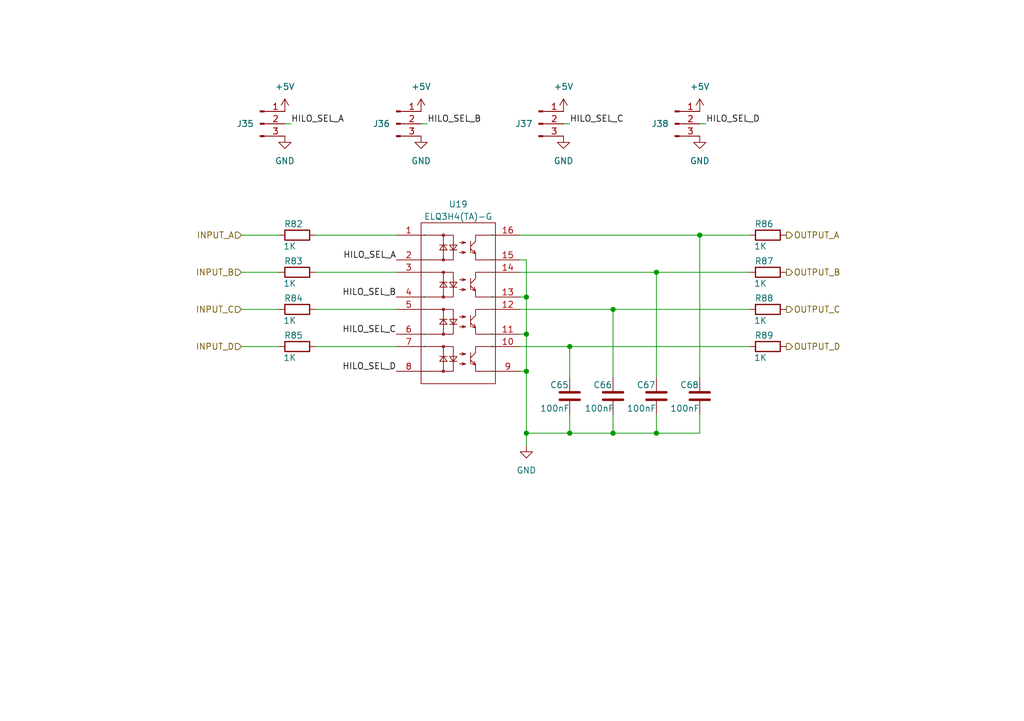
<source format=kicad_sch>
(kicad_sch (version 20250114) (generator "eeschema") (generator_version "9.0")
  (paper "A5")
  (lib_symbols
    (symbol "Connector:Conn_01x03_Pin" (pin_names (offset 1.016) (hide yes))
      (property "Reference" "J" (at 0 5.08 0))
      (property "Value" "Conn_01x03_Pin" (at 0 -5.08 0))
      (symbol "Conn_01x03_Pin_1_1"
        (rectangle (start 0.8636 2.667) (end 0 2.413) (stroke (width 0.1524)) (fill (type outline)))
        (rectangle (start 0.8636 0.127) (end 0 -0.127) (stroke (width 0.1524)) (fill (type outline)))
        (rectangle (start 0.8636 -2.413) (end 0 -2.667) (stroke (width 0.1524)) (fill (type outline)))
        (polyline (pts (xy 1.27 2.54) (xy 0.8636 2.54)) (stroke (width 0.1524)))
        (polyline (pts (xy 1.27 0) (xy 0.8636 0)) (stroke (width 0.1524)))
        (polyline (pts (xy 1.27 -2.54) (xy 0.8636 -2.54)) (stroke (width 0.1524)))
        (pin passive line (at 5.08 2.54 180) (length 3.81) (name "Pin_1") (number "1"))
        (pin passive line (at 5.08 0 180) (length 3.81) (name "Pin_2") (number "2"))
        (pin passive line (at 5.08 -2.54 180) (length 3.81) (name "Pin_3") (number "3"))
      )
    )
    (symbol "Device:C" (pin_numbers (hide yes)) (pin_names (offset 0.254))
      (property "Reference" "C" (at 0.635 2.54 0))
      (property "Value" "C" (at 0.635 -2.54 0))
      (symbol "C_0_1"
        (polyline (pts (xy -2.032 0.762) (xy 2.032 0.762)) (stroke (width 0.508)))
        (polyline (pts (xy -2.032 -0.762) (xy 2.032 -0.762)) (stroke (width 0.508)))
      )
      (symbol "C_1_1"
        (pin passive line (at 0 3.81 270) (length 2.794) (name "~") (number "1"))
        (pin passive line (at 0 -3.81 90) (length 2.794) (name "~") (number "2"))
      )
    )
    (symbol "Device:R" (pin_numbers (hide yes)) (pin_names (offset 0))
      (property "Reference" "R" (at 2.032 0 90))
      (property "Value" "R" (at 0 0 90))
      (symbol "R_0_1"
        (rectangle (start -1.016 -2.54) (end 1.016 2.54) (stroke (width 0.254)))
      )
      (symbol "R_1_1"
        (pin passive line (at 0 3.81 270) (length 1.27) (name "~") (number "1"))
        (pin passive line (at 0 -3.81 90) (length 1.27) (name "~") (number "2"))
      )
    )
    (symbol "OpenPNP_20-easyedapro:ELQ3H4(TA)-G"
      (property "Reference" "U?" (at 0 0 0))
      (symbol "ELQ3H4(TA)-G_1_0"
        (polyline (pts (xy -7.62 13.97) (xy -3.048 13.97) (xy -3.048 13.97) (xy -3.048 8.89) (xy -3.048 8.89) (xy -7.62 8.89)))
        (polyline (pts (xy -7.62 6.35) (xy -3.048 6.35) (xy -3.048 6.35) (xy -3.048 1.27) (xy -3.048 1.27) (xy -7.62 1.27)))
        (polyline (pts (xy -7.62 -1.27) (xy -3.048 -1.27) (xy -3.048 -1.27) (xy -3.048 -6.35) (xy -3.048 -6.35) (xy -7.62 -6.35)))
        (polyline (pts (xy -7.62 -8.89) (xy -3.048 -8.89) (xy -3.048 -8.89) (xy -3.048 -13.97) (xy -3.048 -13.97) (xy -7.62 -13.97)))
        (rectangle (start -7.62 -16.51) (end 7.62 16.51))
        (polyline (pts (xy -3.81 11.938) (xy -2.286 11.938)))
        (polyline (pts (xy -3.81 4.318) (xy -2.286 4.318)))
        (polyline (pts (xy -3.81 -3.302) (xy -2.286 -3.302)))
        (polyline (pts (xy -3.81 -10.922) (xy -2.286 -10.922)))
        (circle (center -3.048 13.97) (radius 0.254))
        (polyline (pts (xy -3.048 13.97) (xy -1.016 13.97) (xy -1.016 13.97) (xy -1.016 8.89) (xy -1.016 8.89) (xy -3.048 8.89)))
        (polyline (pts (xy -3.048 11.938) (xy -3.81 10.922) (xy -3.81 10.922) (xy -2.286 10.922) (xy -2.286 10.922) (xy -3.048 11.938)))
        (circle (center -3.048 8.89) (radius 0.254))
        (circle (center -3.048 6.35) (radius 0.254))
        (polyline (pts (xy -3.048 6.35) (xy -1.016 6.35) (xy -1.016 6.35) (xy -1.016 1.27) (xy -1.016 1.27) (xy -3.048 1.27)))
        (polyline (pts (xy -3.048 4.318) (xy -3.81 3.302) (xy -3.81 3.302) (xy -2.286 3.302) (xy -2.286 3.302) (xy -3.048 4.318)))
        (circle (center -3.048 1.27) (radius 0.254))
        (circle (center -3.048 -1.27) (radius 0.254))
        (polyline (pts (xy -3.048 -1.27) (xy -1.016 -1.27) (xy -1.016 -1.27) (xy -1.016 -6.35) (xy -1.016 -6.35) (xy -3.048 -6.35)))
        (polyline (pts (xy -3.048 -3.302) (xy -3.81 -4.318) (xy -3.81 -4.318) (xy -2.286 -4.318) (xy -2.286 -4.318) (xy -3.048 -3.302)))
        (circle (center -3.048 -6.35) (radius 0.254))
        (circle (center -3.048 -8.89) (radius 0.254))
        (polyline (pts (xy -3.048 -8.89) (xy -1.016 -8.89) (xy -1.016 -8.89) (xy -1.016 -13.97) (xy -1.016 -13.97) (xy -3.048 -13.97)))
        (polyline (pts (xy -3.048 -10.922) (xy -3.81 -11.938) (xy -3.81 -11.938) (xy -2.286 -11.938) (xy -2.286 -11.938) (xy -3.048 -10.922)))
        (circle (center -3.048 -13.97) (radius 0.254))
        (polyline (pts (xy -1.016 10.922) (xy -0.254 11.938) (xy -0.254 11.938) (xy -1.778 11.938) (xy -1.778 11.938) (xy -1.016 10.922)))
        (polyline (pts (xy -1.016 3.302) (xy -0.254 4.318) (xy -0.254 4.318) (xy -1.778 4.318) (xy -1.778 4.318) (xy -1.016 3.302)))
        (polyline (pts (xy -1.016 -4.318) (xy -0.254 -3.302) (xy -0.254 -3.302) (xy -1.778 -3.302) (xy -1.778 -3.302) (xy -1.016 -4.318)))
        (polyline (pts (xy -1.016 -11.938) (xy -0.254 -10.922) (xy -0.254 -10.922) (xy -1.778 -10.922) (xy -1.778 -10.922) (xy -1.016 -11.938)))
        (polyline (pts (xy -0.254 10.922) (xy -1.778 10.922)))
        (polyline (pts (xy -0.254 3.302) (xy -1.778 3.302)))
        (polyline (pts (xy -0.254 -4.318) (xy -1.778 -4.318)))
        (polyline (pts (xy -0.254 -11.938) (xy -1.778 -11.938)))
        (polyline (pts (xy 0.254 12.446) (xy 1.524 12.446) (xy 1.524 12.446) (xy 0.762 12.7)))
        (polyline (pts (xy 0.254 10.414) (xy 1.524 10.414) (xy 1.524 10.414) (xy 0.762 10.668)))
        (polyline (pts (xy 0.254 4.826) (xy 1.524 4.826) (xy 1.524 4.826) (xy 0.762 5.08)))
        (polyline (pts (xy 0.254 2.794) (xy 1.524 2.794) (xy 1.524 2.794) (xy 0.762 3.048)))
        (polyline (pts (xy 0.254 -2.794) (xy 1.524 -2.794) (xy 1.524 -2.794) (xy 0.762 -2.54)))
        (polyline (pts (xy 0.254 -4.826) (xy 1.524 -4.826) (xy 1.524 -4.826) (xy 0.762 -4.572)))
        (polyline (pts (xy 0.254 -10.414) (xy 1.524 -10.414) (xy 1.524 -10.414) (xy 0.762 -10.16)))
        (polyline (pts (xy 0.254 -12.446) (xy 1.524 -12.446) (xy 1.524 -12.446) (xy 0.762 -12.192)))
        (polyline (pts (xy 1.524 12.446) (xy 0.762 12.192)))
        (polyline (pts (xy 1.524 10.414) (xy 0.762 10.16)))
        (polyline (pts (xy 1.524 4.826) (xy 0.762 4.572)))
        (polyline (pts (xy 1.524 2.794) (xy 0.762 2.54)))
        (polyline (pts (xy 1.524 -2.794) (xy 0.762 -3.048)))
        (polyline (pts (xy 1.524 -4.826) (xy 0.762 -5.08)))
        (polyline (pts (xy 1.524 -10.414) (xy 0.762 -10.668)))
        (polyline (pts (xy 1.524 -12.446) (xy 0.762 -12.7)))
        (polyline (pts (xy 2.54 12.7) (xy 2.54 10.414)))
        (polyline (pts (xy 2.54 11.176) (xy 3.556 10.16) (xy 3.556 10.16) (xy 3.302 10.922)))
        (polyline (pts (xy 2.54 5.08) (xy 2.54 2.794)))
        (polyline (pts (xy 2.54 3.556) (xy 3.556 2.54) (xy 3.556 2.54) (xy 3.302 3.302)))
        (polyline (pts (xy 2.54 -2.54) (xy 2.54 -4.826)))
        (polyline (pts (xy 2.54 -4.064) (xy 3.556 -5.08) (xy 3.556 -5.08) (xy 3.302 -4.318)))
        (polyline (pts (xy 2.54 -10.16) (xy 2.54 -12.446)))
        (polyline (pts (xy 2.54 -11.684) (xy 3.556 -12.7) (xy 3.556 -12.7) (xy 3.302 -11.938)))
        (polyline (pts (xy 3.556 10.16) (xy 2.794 10.414)))
        (polyline (pts (xy 3.556 10.16) (xy 3.556 8.89) (xy 3.556 8.89) (xy 7.62 8.89)))
        (polyline (pts (xy 3.556 2.54) (xy 2.794 2.794)))
        (polyline (pts (xy 3.556 2.54) (xy 3.556 1.27) (xy 3.556 1.27) (xy 7.62 1.27)))
        (polyline (pts (xy 3.556 -5.08) (xy 2.794 -4.826)))
        (polyline (pts (xy 3.556 -5.08) (xy 3.556 -6.35) (xy 3.556 -6.35) (xy 7.62 -6.35)))
        (polyline (pts (xy 3.556 -12.7) (xy 2.794 -12.446)))
        (polyline (pts (xy 3.556 -12.7) (xy 3.556 -13.97) (xy 3.556 -13.97) (xy 7.62 -13.97)))
        (polyline (pts (xy 7.62 13.97) (xy 3.556 13.97) (xy 3.556 13.97) (xy 3.556 12.7) (xy 3.556 12.7) (xy 2.54 11.684)))
        (polyline (pts (xy 7.62 6.35) (xy 3.556 6.35) (xy 3.556 6.35) (xy 3.556 5.08) (xy 3.556 5.08) (xy 2.54 4.064)))
        (polyline (pts (xy 7.62 -1.27) (xy 3.556 -1.27) (xy 3.556 -1.27) (xy 3.556 -2.54) (xy 3.556 -2.54) (xy 2.54 -3.556)))
        (polyline (pts (xy 7.62 -8.89) (xy 3.556 -8.89) (xy 3.556 -8.89) (xy 3.556 -10.16) (xy 3.556 -10.16) (xy 2.54 -11.176)))
        (pin input line (at -12.7 13.97 0) (length 5.08) (name "A-C1") (number "1"))
        (pin input line (at -12.7 8.89 0) (length 5.08) (name "C-A1") (number "2"))
        (pin input line (at -12.7 6.35 0) (length 5.08) (name "A-C2") (number "3"))
        (pin input line (at -12.7 1.27 0) (length 5.08) (name "C-A2") (number "4"))
        (pin input line (at -12.7 -1.27 0) (length 5.08) (name "A-C3") (number "5"))
        (pin input line (at -12.7 -6.35 0) (length 5.08) (name "C-A3") (number "6"))
        (pin input line (at -12.7 -8.89 0) (length 5.08) (name "A-C4") (number "7"))
        (pin input line (at -12.7 -13.97 0) (length 5.08) (name "C-A4") (number "8"))
        (pin output line (at 12.7 13.97 180) (length 5.08) (name "COL4") (number "16"))
        (pin power_in line (at 12.7 8.89 180) (length 5.08) (name "EMI4") (number "15"))
        (pin output line (at 12.7 6.35 180) (length 5.08) (name "COL3") (number "14"))
        (pin power_in line (at 12.7 1.27 180) (length 5.08) (name "EMI3") (number "13"))
        (pin output line (at 12.7 -1.27 180) (length 5.08) (name "CO2") (number "12"))
        (pin power_in line (at 12.7 -6.35 180) (length 5.08) (name "EMI2") (number "11"))
        (pin output line (at 12.7 -8.89 180) (length 5.08) (name "COL1") (number "10"))
        (pin power_in line (at 12.7 -13.97 180) (length 5.08) (name "EMI1") (number "9"))
      )
    )
    (symbol "power:+5V" (power) (pin_numbers (hide yes)) (pin_names (offset 0) (hide yes))
      (property "Value" "+5V" (at 0 3.556 0))
      (symbol "+5V_0_1"
        (polyline (pts (xy -0.762 1.27) (xy 0 2.54)))
        (polyline (pts (xy 0 2.54) (xy 0.762 1.27)))
        (polyline (pts (xy 0 0) (xy 0 2.54)))
      )
      (symbol "+5V_1_1"
        (pin power_in line (at 0 0 90) (length 0) (name "~") (number "1"))
      )
    )
    (symbol "power:GND" (power) (pin_numbers (hide yes)) (pin_names (offset 0) (hide yes))
      (property "Value" "GND" (at 0 -3.81 0))
      (symbol "GND_0_1"
        (polyline (pts (xy 0 0) (xy 0 -1.27) (xy 1.27 -1.27) (xy 0 -2.54) (xy -1.27 -1.27) (xy 0 -1.27)))
      )
      (symbol "GND_1_1"
        (pin power_in line (at 0 0 270) (length 0) (name "~") (number "1"))
      )
    )
  )
  (junction (at 134.62 55.88))
  (junction (at 134.62 88.9))
  (junction (at 125.73 88.9))
  (junction (at 125.73 63.5))
  (junction (at 107.95 68.58))
  (junction (at 116.84 71.12))
  (junction (at 107.95 76.2))
  (junction (at 116.84 88.9))
  (junction (at 107.95 88.9))
  (junction (at 107.95 60.96))
  (junction (at 143.51 48.26))
  (wire (pts (xy 134.62 88.9) (xy 143.51 88.9)))
  (wire (pts (xy 134.62 88.9) (xy 134.62 85.09)))
  (wire (pts (xy 106.68 63.5) (xy 125.73 63.5)))
  (wire (pts (xy 125.73 63.5) (xy 125.73 77.47)))
  (wire (pts (xy 107.95 53.34) (xy 107.95 60.96)))
  (wire (pts (xy 49.53 55.88) (xy 57.15 55.88)))
  (wire (pts (xy 116.84 71.12) (xy 153.67 71.12)))
  (wire (pts (xy 49.53 48.26) (xy 57.15 48.26)))
  (wire (pts (xy 64.77 63.5) (xy 81.28 63.5)))
  (wire (pts (xy 106.68 55.88) (xy 134.62 55.88)))
  (wire (pts (xy 144.78 25.4) (xy 143.51 25.4)))
  (wire (pts (xy 116.84 88.9) (xy 125.73 88.9)))
  (wire (pts (xy 116.84 88.9) (xy 116.84 85.09)))
  (wire (pts (xy 107.95 60.96) (xy 107.95 68.58)))
  (wire (pts (xy 64.77 71.12) (xy 81.28 71.12)))
  (wire (pts (xy 143.51 88.9) (xy 143.51 85.09)))
  (wire (pts (xy 134.62 55.88) (xy 153.67 55.88)))
  (wire (pts (xy 134.62 55.88) (xy 134.62 77.47)))
  (wire (pts (xy 106.68 48.26) (xy 143.51 48.26)))
  (wire (pts (xy 106.68 60.96) (xy 107.95 60.96)))
  (wire (pts (xy 106.68 71.12) (xy 116.84 71.12)))
  (wire (pts (xy 125.73 88.9) (xy 125.73 85.09)))
  (wire (pts (xy 134.62 88.9) (xy 125.73 88.9)))
  (wire (pts (xy 87.63 25.4) (xy 86.36 25.4)))
  (wire (pts (xy 107.95 76.2) (xy 107.95 68.58)))
  (wire (pts (xy 64.77 48.26) (xy 81.28 48.26)))
  (wire (pts (xy 116.84 71.12) (xy 116.84 77.47)))
  (wire (pts (xy 143.51 48.26) (xy 143.51 77.47)))
  (wire (pts (xy 107.95 88.9) (xy 107.95 91.44)))
  (wire (pts (xy 106.68 53.34) (xy 107.95 53.34)))
  (wire (pts (xy 107.95 76.2) (xy 106.68 76.2)))
  (wire (pts (xy 107.95 76.2) (xy 107.95 88.9)))
  (wire (pts (xy 116.84 25.4) (xy 115.57 25.4)))
  (wire (pts (xy 107.95 68.58) (xy 106.68 68.58)))
  (wire (pts (xy 49.53 63.5) (xy 57.15 63.5)))
  (wire (pts (xy 107.95 88.9) (xy 116.84 88.9)))
  (wire (pts (xy 49.53 71.12) (xy 57.15 71.12)))
  (wire (pts (xy 125.73 63.5) (xy 153.67 63.5)))
  (wire (pts (xy 143.51 48.26) (xy 153.67 48.26)))
  (wire (pts (xy 59.69 25.4) (xy 58.42 25.4)))
  (wire (pts (xy 64.77 55.88) (xy 81.28 55.88)))
  (label "HILO_SEL_A" (at 81.28 53.34 180))
  (label "HILO_SEL_B" (at 87.63 25.4 0))
  (label "HILO_SEL_C" (at 81.28 68.58 180))
  (label "HILO_SEL_D" (at 81.28 76.2 180))
  (label "HILO_SEL_C" (at 116.84 25.4 0))
  (label "HILO_SEL_B" (at 81.28 60.96 180))
  (label "HILO_SEL_A" (at 59.69 25.4 0))
  (label "HILO_SEL_D" (at 144.78 25.4 0))
  (hierarchical_label "OUTPUT_B" (shape output) (at 161.29 55.88 0))
  (hierarchical_label "INPUT_C" (shape input) (at 49.53 63.5 180))
  (hierarchical_label "OUTPUT_C" (shape output) (at 161.29 63.5 0))
  (hierarchical_label "INPUT_D" (shape input) (at 49.53 71.12 180))
  (hierarchical_label "INPUT_A" (shape input) (at 49.53 48.26 180))
  (hierarchical_label "OUTPUT_A" (shape output) (at 161.29 48.26 0))
  (hierarchical_label "OUTPUT_D" (shape output) (at 161.29 71.12 0))
  (hierarchical_label "INPUT_B" (shape input) (at 49.53 55.88 180))
  (symbol (lib_id "OpenPNP_20-easyedapro:ELQ3H4(TA)-G") (at 93.98 62.23 0) (unit 1)
    (property "Reference" "U7" (at 93.98 41.91 0))
    (property "Value" "ELQ3H4(TA)-G" (at 93.98 44.45 0))
    (property "Footprint" "Package_SO:SOP-16_4.4x10.4mm_P1.27mm" (effects (hide yes)))
    (property "Datasheet" "https://datasheet.lcsc.com/lcsc/1810301025_Everlight-Elec-ELQ3H4-TA-G_C150957.pdf?_gl=1*12snq9y*_gcl_aw*R0NMLjE3MTc5NzkyNzEuRUFJYUlRb2JDaE1JczdISnZlUFBoZ01WZlMtREF4MDVMQWJ4RUFBWUFTQUFFZ0tkVWZEX0J3RQ..*_gcl_au*NzE3MjE2NTQ3LjE3MTc4MTA3OTc.*_ga*MTA5OTM3NDU3Ny4xNzE3ODEwNDk4*_ga_98M84MKSZH*MTcxNzk3OTMxNi4xNC4xLjE3MTc5ODA5NzQuNTkuMC4w" (effects (hide yes)))
    (property "Description" "80V 3.75kV 50mA 100mV@1mA,20mA 4 1.2V AC,DC SSOP-16-175mil-1.27mm Transistor Output Optocoupler ROHS" (effects (hide yes)))
    (property "#" "C150957" (effects (hide yes)))
    (instances (project "grblHAL" (path "" (reference "U19") (unit 1)) (path "" (reference "U7") (unit 1)) (path "" (reference "U20") (unit 1)) (path "" (reference "U17") (unit 1)) (path "" (reference "U18") (unit 1))))
  )
  (symbol (lib_id "Connector:Conn_01x03_Pin") (at 138.43 25.4 0) (unit 1)
    (property "Reference" "J26" (at 135.382 25.4 0))
    (property "Value" "Conn_01x03_Pin" (effects (hide yes)))
    (property "Footprint" "Connector_PinHeader_2.54mm:PinHeader_1x03_P2.54mm_Vertical" (effects (hide yes)))
    (property "Datasheet" "https://datasheet.lcsc.com/lcsc/2403051744_HCTL-PZ254-1-03-Z-8-5_C2894926.pdf?_gl=1*skd3og*_ga*MTA5OTM3NDU3Ny4xNzE3ODEwNDk4*_ga_98M84MKSZH*MTcxODA2Njc2OS4xNy4xLjE3MTgwNjg3ODQuNi4wLjA.https://datasheet.lcsc.com/lcsc/2403051744_HCTL-PZ254-1-03-Z-8-5_C2894926.pdf?_gl=1*skd3og*_ga*MTA5OTM3NDU3Ny4xNzE3ODEwNDk4*_ga_98M84MKSZH*MTcxODA2Njc2OS4xNy4xLjE3MTgwNjg3ODQuNi4wLjA." (effects (hide yes)))
    (property "Description" "3A Straight Square Pins 2.5mm 260℃@10S 3P 6mm -40℃~+105℃ 3mm 2.54mm Plugin Black Brass 1x3P Plugin,P=2.54mm Pin Headers ROHS" (effects (hide yes)))
    (property "#" "C2894926" (effects (hide yes)))
    (instances (project "grblHAL" (path "" (reference "J38") (unit 1)) (path "" (reference "J26") (unit 1)) (path "" (reference "J42") (unit 1)) (path "" (reference "J30") (unit 1)) (path "" (reference "J34") (unit 1))))
  )
  (symbol (lib_id "power:GND") (at 58.42 27.94 0) (unit 1)
    (property "Reference" "#PWR061" (effects (hide yes)))
    (property "Value" "GND" (at 58.42 33.02 0))
    (property "Description" "Power symbol creates a global label with name \"GND\" , ground" (effects (hide yes)))
    (instances (project "grblHAL" (path "" (reference "#PWR0126") (unit 1)) (path "" (reference "#PWR061") (unit 1)) (path "" (reference "#PWR0135") (unit 1)) (path "" (reference "#PWR0108") (unit 1)) (path "" (reference "#PWR0117") (unit 1))))
  )
  (symbol (lib_id "Device:R") (at 60.96 71.12 90) (unit 1)
    (property "Reference" "R31" (at 60.198 68.834 90))
    (property "Value" "1K" (at 59.436 73.406 90))
    (property "Footprint" "Resistor_SMD:R_0603_1608Metric" (effects (hide yes)))
    (property "Datasheet" "https://wmsc.lcsc.com/wmsc/upload/file/pdf/v2/lcsc/2206010130_UNI-ROYAL-Uniroyal-Elec-0603WAF1001T5E_C21190.pdf" (effects (hide yes)))
    (property "Description" "100mW Thick Film Resistors 75V ±100ppm/℃ ±1% 1kΩ 0603 Chip Resistor - Surface Mount ROHS" (effects (hide yes)))
    (property "#" "C21190" (effects (hide yes)))
    (property "Height" ".45" (effects (hide yes)))
    (property "Width" ".8" (effects (hide yes)))
    (property "Length" "1.6" (effects (hide yes)))
    (property "Tape" "8x4" (effects (hide yes)))
    (instances (project "grblHAL" (path "" (reference "R85") (unit 1)) (path "" (reference "R31") (unit 1)) (path "" (reference "R93") (unit 1)) (path "" (reference "R69") (unit 1)) (path "" (reference "R77") (unit 1))))
  )
  (symbol (lib_id "Device:R") (at 60.96 63.5 90) (unit 1)
    (property "Reference" "R30" (at 60.198 61.214 90))
    (property "Value" "1K" (at 59.436 65.786 90))
    (property "Footprint" "Resistor_SMD:R_0603_1608Metric" (effects (hide yes)))
    (property "Datasheet" "https://wmsc.lcsc.com/wmsc/upload/file/pdf/v2/lcsc/2206010130_UNI-ROYAL-Uniroyal-Elec-0603WAF1001T5E_C21190.pdf" (effects (hide yes)))
    (property "Description" "100mW Thick Film Resistors 75V ±100ppm/℃ ±1% 1kΩ 0603 Chip Resistor - Surface Mount ROHS" (effects (hide yes)))
    (property "#" "C21190" (effects (hide yes)))
    (property "Height" ".45" (effects (hide yes)))
    (property "Width" ".8" (effects (hide yes)))
    (property "Length" "1.6" (effects (hide yes)))
    (property "Tape" "8x4" (effects (hide yes)))
    (instances (project "grblHAL" (path "" (reference "R84") (unit 1)) (path "" (reference "R30") (unit 1)) (path "" (reference "R92") (unit 1)) (path "" (reference "R68") (unit 1)) (path "" (reference "R76") (unit 1))))
  )
  (symbol (lib_id "power:GND") (at 107.95 91.44 0) (unit 1)
    (property "Reference" "#PWR064" (effects (hide yes)))
    (property "Value" "GND" (at 107.95 96.52 0))
    (property "Description" "Power symbol creates a global label with name \"GND\" , ground" (effects (hide yes)))
    (instances (project "grblHAL" (path "" (reference "#PWR0129") (unit 1)) (path "" (reference "#PWR064") (unit 1)) (path "" (reference "#PWR0138") (unit 1)) (path "" (reference "#PWR0111") (unit 1)) (path "" (reference "#PWR0120") (unit 1))))
  )
  (symbol (lib_id "Device:R") (at 60.96 55.88 90) (unit 1)
    (property "Reference" "R29" (at 60.198 53.594 90))
    (property "Value" "1K" (at 59.436 58.166 90))
    (property "Footprint" "Resistor_SMD:R_0603_1608Metric" (effects (hide yes)))
    (property "Datasheet" "https://wmsc.lcsc.com/wmsc/upload/file/pdf/v2/lcsc/2206010130_UNI-ROYAL-Uniroyal-Elec-0603WAF1001T5E_C21190.pdf" (effects (hide yes)))
    (property "Description" "100mW Thick Film Resistors 75V ±100ppm/℃ ±1% 1kΩ 0603 Chip Resistor - Surface Mount ROHS" (effects (hide yes)))
    (property "#" "C21190" (effects (hide yes)))
    (property "Height" ".45" (effects (hide yes)))
    (property "Width" ".8" (effects (hide yes)))
    (property "Length" "1.6" (effects (hide yes)))
    (property "Tape" "8x4" (effects (hide yes)))
    (instances (project "grblHAL" (path "" (reference "R83") (unit 1)) (path "" (reference "R29") (unit 1)) (path "" (reference "R91") (unit 1)) (path "" (reference "R67") (unit 1)) (path "" (reference "R75") (unit 1))))
  )
  (symbol (lib_id "power:GND") (at 115.57 27.94 0) (unit 1)
    (property "Reference" "#PWR066" (effects (hide yes)))
    (property "Value" "GND" (at 115.57 33.02 0))
    (property "Description" "Power symbol creates a global label with name \"GND\" , ground" (effects (hide yes)))
    (instances (project "grblHAL" (path "" (reference "#PWR0131") (unit 1)) (path "" (reference "#PWR066") (unit 1)) (path "" (reference "#PWR0140") (unit 1)) (path "" (reference "#PWR0113") (unit 1)) (path "" (reference "#PWR0122") (unit 1))))
  )
  (symbol (lib_id "Connector:Conn_01x03_Pin") (at 53.34 25.4 0) (unit 1)
    (property "Reference" "J23" (at 50.292 25.4 0))
    (property "Value" "Conn_01x03_Pin" (effects (hide yes)))
    (property "Footprint" "Connector_PinHeader_2.54mm:PinHeader_1x03_P2.54mm_Vertical" (effects (hide yes)))
    (property "Datasheet" "https://datasheet.lcsc.com/lcsc/2403051744_HCTL-PZ254-1-03-Z-8-5_C2894926.pdf?_gl=1*skd3og*_ga*MTA5OTM3NDU3Ny4xNzE3ODEwNDk4*_ga_98M84MKSZH*MTcxODA2Njc2OS4xNy4xLjE3MTgwNjg3ODQuNi4wLjA.https://datasheet.lcsc.com/lcsc/2403051744_HCTL-PZ254-1-03-Z-8-5_C2894926.pdf?_gl=1*skd3og*_ga*MTA5OTM3NDU3Ny4xNzE3ODEwNDk4*_ga_98M84MKSZH*MTcxODA2Njc2OS4xNy4xLjE3MTgwNjg3ODQuNi4wLjA." (effects (hide yes)))
    (property "Description" "3A Straight Square Pins 2.5mm 260℃@10S 3P 6mm -40℃~+105℃ 3mm 2.54mm Plugin Black Brass 1x3P Plugin,P=2.54mm Pin Headers ROHS" (effects (hide yes)))
    (property "#" "C2894926" (effects (hide yes)))
    (instances (project "grblHAL" (path "" (reference "J35") (unit 1)) (path "" (reference "J23") (unit 1)) (path "" (reference "J39") (unit 1)) (path "" (reference "J27") (unit 1)) (path "" (reference "J31") (unit 1))))
  )
  (symbol (lib_id "Device:C") (at 143.51 81.28 0) (unit 1)
    (property "Reference" "C43" (at 139.446 78.994 0) (effects (justify left)))
    (property "Value" "100nF" (at 137.414 83.82 0) (effects (justify left)))
    (property "Footprint" "Capacitor_SMD:C_0603_1608Metric" (effects (hide yes)))
    (property "Datasheet" "https://wmsc.lcsc.com/wmsc/upload/file/pdf/v2/lcsc/2211101700_YAGEO-CC0603KRX7R9BB104_C14663.pdf" (effects (hide yes)))
    (property "Description" "50V 100nF X7R ±10% 0603 Multilayer Ceramic Capacitors MLCC - SMD/SMT ROHS" (effects (hide yes)))
    (property "#" "C14663" (effects (hide yes)))
    (property "Height" ".8" (effects (hide yes)))
    (property "Width" ".8" (effects (hide yes)))
    (property "Length" "1.6" (effects (hide yes)))
    (property "Tape" "8x4" (effects (hide yes)))
    (instances (project "grblHAL" (path "" (reference "C68") (unit 1)) (path "" (reference "C43") (unit 1)) (path "" (reference "C72") (unit 1)) (path "" (reference "C60") (unit 1)) (path "" (reference "C64") (unit 1))))
  )
  (symbol (lib_id "Device:C") (at 125.73 81.28 0) (unit 1)
    (property "Reference" "C41" (at 121.666 78.994 0) (effects (justify left)))
    (property "Value" "100nF" (at 119.888 83.82 0) (effects (justify left)))
    (property "Footprint" "Capacitor_SMD:C_0603_1608Metric" (effects (hide yes)))
    (property "Datasheet" "https://wmsc.lcsc.com/wmsc/upload/file/pdf/v2/lcsc/2211101700_YAGEO-CC0603KRX7R9BB104_C14663.pdf" (effects (hide yes)))
    (property "Description" "50V 100nF X7R ±10% 0603 Multilayer Ceramic Capacitors MLCC - SMD/SMT ROHS" (effects (hide yes)))
    (property "#" "C14663" (effects (hide yes)))
    (property "Height" ".8" (effects (hide yes)))
    (property "Width" ".8" (effects (hide yes)))
    (property "Length" "1.6" (effects (hide yes)))
    (property "Tape" "8x4" (effects (hide yes)))
    (instances (project "grblHAL" (path "" (reference "C66") (unit 1)) (path "" (reference "C41") (unit 1)) (path "" (reference "C70") (unit 1)) (path "" (reference "C58") (unit 1)) (path "" (reference "C62") (unit 1))))
  )
  (symbol (lib_id "power:+5V") (at 58.42 22.86 0) (unit 1)
    (property "Reference" "#PWR060" (effects (hide yes)))
    (property "Value" "+5V" (at 58.42 17.78 0))
    (property "Description" "Power symbol creates a global label with name \"+5V\"" (effects (hide yes)))
    (instances (project "grblHAL" (path "" (reference "#PWR0125") (unit 1)) (path "" (reference "#PWR060") (unit 1)) (path "" (reference "#PWR0134") (unit 1)) (path "" (reference "#PWR0107") (unit 1)) (path "" (reference "#PWR0116") (unit 1))))
  )
  (symbol (lib_id "power:+5V") (at 143.51 22.86 0) (unit 1)
    (property "Reference" "#PWR067" (effects (hide yes)))
    (property "Value" "+5V" (at 143.51 17.78 0))
    (property "Description" "Power symbol creates a global label with name \"+5V\"" (effects (hide yes)))
    (instances (project "grblHAL" (path "" (reference "#PWR0132") (unit 1)) (path "" (reference "#PWR067") (unit 1)) (path "" (reference "#PWR0141") (unit 1)) (path "" (reference "#PWR0114") (unit 1)) (path "" (reference "#PWR0123") (unit 1))))
  )
  (symbol (lib_id "Device:R") (at 60.96 48.26 90) (unit 1)
    (property "Reference" "R28" (at 60.198 45.974 90))
    (property "Value" "1K" (at 59.436 50.546 90))
    (property "Footprint" "Resistor_SMD:R_0603_1608Metric" (effects (hide yes)))
    (property "Datasheet" "https://wmsc.lcsc.com/wmsc/upload/file/pdf/v2/lcsc/2206010130_UNI-ROYAL-Uniroyal-Elec-0603WAF1001T5E_C21190.pdf" (effects (hide yes)))
    (property "Description" "100mW Thick Film Resistors 75V ±100ppm/℃ ±1% 1kΩ 0603 Chip Resistor - Surface Mount ROHS" (effects (hide yes)))
    (property "#" "C21190" (effects (hide yes)))
    (property "Height" ".45" (effects (hide yes)))
    (property "Width" ".8" (effects (hide yes)))
    (property "Length" "1.6" (effects (hide yes)))
    (property "Tape" "8x4" (effects (hide yes)))
    (instances (project "grblHAL" (path "" (reference "R82") (unit 1)) (path "" (reference "R28") (unit 1)) (path "" (reference "R90") (unit 1)) (path "" (reference "R66") (unit 1)) (path "" (reference "R74") (unit 1))))
  )
  (symbol (lib_id "Device:R") (at 157.48 48.26 90) (unit 1)
    (property "Reference" "R32" (at 156.718 45.974 90))
    (property "Value" "1K" (at 155.956 50.546 90))
    (property "Footprint" "Resistor_SMD:R_0603_1608Metric" (effects (hide yes)))
    (property "Datasheet" "https://wmsc.lcsc.com/wmsc/upload/file/pdf/v2/lcsc/2206010130_UNI-ROYAL-Uniroyal-Elec-0603WAF1001T5E_C21190.pdf" (effects (hide yes)))
    (property "Description" "100mW Thick Film Resistors 75V ±100ppm/℃ ±1% 1kΩ 0603 Chip Resistor - Surface Mount ROHS" (effects (hide yes)))
    (property "#" "C21190" (effects (hide yes)))
    (property "Height" ".45" (effects (hide yes)))
    (property "Width" ".8" (effects (hide yes)))
    (property "Length" "1.6" (effects (hide yes)))
    (property "Tape" "8x4" (effects (hide yes)))
    (instances (project "grblHAL" (path "" (reference "R86") (unit 1)) (path "" (reference "R32") (unit 1)) (path "" (reference "R94") (unit 1)) (path "" (reference "R70") (unit 1)) (path "" (reference "R78") (unit 1))))
  )
  (symbol (lib_id "Device:C") (at 134.62 81.28 0) (unit 1)
    (property "Reference" "C42" (at 130.556 78.994 0) (effects (justify left)))
    (property "Value" "100nF" (at 128.524 83.82 0) (effects (justify left)))
    (property "Footprint" "Capacitor_SMD:C_0603_1608Metric" (effects (hide yes)))
    (property "Datasheet" "https://wmsc.lcsc.com/wmsc/upload/file/pdf/v2/lcsc/2211101700_YAGEO-CC0603KRX7R9BB104_C14663.pdf" (effects (hide yes)))
    (property "Description" "50V 100nF X7R ±10% 0603 Multilayer Ceramic Capacitors MLCC - SMD/SMT ROHS" (effects (hide yes)))
    (property "#" "C14663" (effects (hide yes)))
    (property "Height" ".8" (effects (hide yes)))
    (property "Width" ".8" (effects (hide yes)))
    (property "Length" "1.6" (effects (hide yes)))
    (property "Tape" "8x4" (effects (hide yes)))
    (instances (project "grblHAL" (path "" (reference "C67") (unit 1)) (path "" (reference "C42") (unit 1)) (path "" (reference "C71") (unit 1)) (path "" (reference "C59") (unit 1)) (path "" (reference "C63") (unit 1))))
  )
  (symbol (lib_id "power:+5V") (at 115.57 22.86 0) (unit 1)
    (property "Reference" "#PWR065" (effects (hide yes)))
    (property "Value" "+5V" (at 115.57 17.78 0))
    (property "Description" "Power symbol creates a global label with name \"+5V\"" (effects (hide yes)))
    (instances (project "grblHAL" (path "" (reference "#PWR0130") (unit 1)) (path "" (reference "#PWR065") (unit 1)) (path "" (reference "#PWR0139") (unit 1)) (path "" (reference "#PWR0112") (unit 1)) (path "" (reference "#PWR0121") (unit 1))))
  )
  (symbol (lib_id "Device:R") (at 157.48 63.5 90) (unit 1)
    (property "Reference" "R34" (at 156.718 61.214 90))
    (property "Value" "1K" (at 155.956 65.786 90))
    (property "Footprint" "Resistor_SMD:R_0603_1608Metric" (effects (hide yes)))
    (property "Datasheet" "https://wmsc.lcsc.com/wmsc/upload/file/pdf/v2/lcsc/2206010130_UNI-ROYAL-Uniroyal-Elec-0603WAF1001T5E_C21190.pdf" (effects (hide yes)))
    (property "Description" "100mW Thick Film Resistors 75V ±100ppm/℃ ±1% 1kΩ 0603 Chip Resistor - Surface Mount ROHS" (effects (hide yes)))
    (property "#" "C21190" (effects (hide yes)))
    (property "Height" ".45" (effects (hide yes)))
    (property "Width" ".8" (effects (hide yes)))
    (property "Length" "1.6" (effects (hide yes)))
    (property "Tape" "8x4" (effects (hide yes)))
    (instances (project "grblHAL" (path "" (reference "R88") (unit 1)) (path "" (reference "R34") (unit 1)) (path "" (reference "R96") (unit 1)) (path "" (reference "R72") (unit 1)) (path "" (reference "R80") (unit 1))))
  )
  (symbol (lib_id "power:GND") (at 86.36 27.94 0) (unit 1)
    (property "Reference" "#PWR063" (effects (hide yes)))
    (property "Value" "GND" (at 86.36 33.02 0))
    (property "Description" "Power symbol creates a global label with name \"GND\" , ground" (effects (hide yes)))
    (instances (project "grblHAL" (path "" (reference "#PWR0128") (unit 1)) (path "" (reference "#PWR063") (unit 1)) (path "" (reference "#PWR0137") (unit 1)) (path "" (reference "#PWR0110") (unit 1)) (path "" (reference "#PWR0119") (unit 1))))
  )
  (symbol (lib_id "power:GND") (at 143.51 27.94 0) (unit 1)
    (property "Reference" "#PWR068" (effects (hide yes)))
    (property "Value" "GND" (at 143.51 33.02 0))
    (property "Description" "Power symbol creates a global label with name \"GND\" , ground" (effects (hide yes)))
    (instances (project "grblHAL" (path "" (reference "#PWR0133") (unit 1)) (path "" (reference "#PWR068") (unit 1)) (path "" (reference "#PWR0142") (unit 1)) (path "" (reference "#PWR0115") (unit 1)) (path "" (reference "#PWR0124") (unit 1))))
  )
  (symbol (lib_id "Connector:Conn_01x03_Pin") (at 81.28 25.4 0) (unit 1)
    (property "Reference" "J24" (at 78.232 25.4 0))
    (property "Value" "Conn_01x03_Pin" (effects (hide yes)))
    (property "Footprint" "Connector_PinHeader_2.54mm:PinHeader_1x03_P2.54mm_Vertical" (effects (hide yes)))
    (property "Datasheet" "https://datasheet.lcsc.com/lcsc/2403051744_HCTL-PZ254-1-03-Z-8-5_C2894926.pdf?_gl=1*skd3og*_ga*MTA5OTM3NDU3Ny4xNzE3ODEwNDk4*_ga_98M84MKSZH*MTcxODA2Njc2OS4xNy4xLjE3MTgwNjg3ODQuNi4wLjA.https://datasheet.lcsc.com/lcsc/2403051744_HCTL-PZ254-1-03-Z-8-5_C2894926.pdf?_gl=1*skd3og*_ga*MTA5OTM3NDU3Ny4xNzE3ODEwNDk4*_ga_98M84MKSZH*MTcxODA2Njc2OS4xNy4xLjE3MTgwNjg3ODQuNi4wLjA." (effects (hide yes)))
    (property "Description" "3A Straight Square Pins 2.5mm 260℃@10S 3P 6mm -40℃~+105℃ 3mm 2.54mm Plugin Black Brass 1x3P Plugin,P=2.54mm Pin Headers ROHS" (effects (hide yes)))
    (property "#" "C2894926" (effects (hide yes)))
    (instances (project "grblHAL" (path "" (reference "J36") (unit 1)) (path "" (reference "J24") (unit 1)) (path "" (reference "J40") (unit 1)) (path "" (reference "J28") (unit 1)) (path "" (reference "J32") (unit 1))))
  )
  (symbol (lib_id "power:+5V") (at 86.36 22.86 0) (unit 1)
    (property "Reference" "#PWR062" (effects (hide yes)))
    (property "Value" "+5V" (at 86.36 17.78 0))
    (property "Description" "Power symbol creates a global label with name \"+5V\"" (effects (hide yes)))
    (instances (project "grblHAL" (path "" (reference "#PWR0127") (unit 1)) (path "" (reference "#PWR062") (unit 1)) (path "" (reference "#PWR0136") (unit 1)) (path "" (reference "#PWR0109") (unit 1)) (path "" (reference "#PWR0118") (unit 1))))
  )
  (symbol (lib_id "Connector:Conn_01x03_Pin") (at 110.49 25.4 0) (unit 1)
    (property "Reference" "J25" (at 107.442 25.4 0))
    (property "Value" "Conn_01x03_Pin" (effects (hide yes)))
    (property "Footprint" "Connector_PinHeader_2.54mm:PinHeader_1x03_P2.54mm_Vertical" (effects (hide yes)))
    (property "Datasheet" "https://datasheet.lcsc.com/lcsc/2403051744_HCTL-PZ254-1-03-Z-8-5_C2894926.pdf?_gl=1*skd3og*_ga*MTA5OTM3NDU3Ny4xNzE3ODEwNDk4*_ga_98M84MKSZH*MTcxODA2Njc2OS4xNy4xLjE3MTgwNjg3ODQuNi4wLjA.https://datasheet.lcsc.com/lcsc/2403051744_HCTL-PZ254-1-03-Z-8-5_C2894926.pdf?_gl=1*skd3og*_ga*MTA5OTM3NDU3Ny4xNzE3ODEwNDk4*_ga_98M84MKSZH*MTcxODA2Njc2OS4xNy4xLjE3MTgwNjg3ODQuNi4wLjA." (effects (hide yes)))
    (property "Description" "3A Straight Square Pins 2.5mm 260℃@10S 3P 6mm -40℃~+105℃ 3mm 2.54mm Plugin Black Brass 1x3P Plugin,P=2.54mm Pin Headers ROHS" (effects (hide yes)))
    (property "#" "C2894926" (effects (hide yes)))
    (instances (project "grblHAL" (path "" (reference "J37") (unit 1)) (path "" (reference "J25") (unit 1)) (path "" (reference "J41") (unit 1)) (path "" (reference "J29") (unit 1)) (path "" (reference "J33") (unit 1))))
  )
  (symbol (lib_id "Device:R") (at 157.48 55.88 90) (unit 1)
    (property "Reference" "R33" (at 156.718 53.594 90))
    (property "Value" "1K" (at 155.956 58.166 90))
    (property "Footprint" "Resistor_SMD:R_0603_1608Metric" (effects (hide yes)))
    (property "Datasheet" "https://wmsc.lcsc.com/wmsc/upload/file/pdf/v2/lcsc/2206010130_UNI-ROYAL-Uniroyal-Elec-0603WAF1001T5E_C21190.pdf" (effects (hide yes)))
    (property "Description" "100mW Thick Film Resistors 75V ±100ppm/℃ ±1% 1kΩ 0603 Chip Resistor - Surface Mount ROHS" (effects (hide yes)))
    (property "#" "C21190" (effects (hide yes)))
    (property "Height" ".45" (effects (hide yes)))
    (property "Width" ".8" (effects (hide yes)))
    (property "Length" "1.6" (effects (hide yes)))
    (property "Tape" "8x4" (effects (hide yes)))
    (instances (project "grblHAL" (path "" (reference "R87") (unit 1)) (path "" (reference "R33") (unit 1)) (path "" (reference "R95") (unit 1)) (path "" (reference "R71") (unit 1)) (path "" (reference "R79") (unit 1))))
  )
  (symbol (lib_id "Device:R") (at 157.48 71.12 90) (unit 1)
    (property "Reference" "R35" (at 156.718 68.834 90))
    (property "Value" "1K" (at 155.956 73.406 90))
    (property "Footprint" "Resistor_SMD:R_0603_1608Metric" (effects (hide yes)))
    (property "Datasheet" "https://wmsc.lcsc.com/wmsc/upload/file/pdf/v2/lcsc/2206010130_UNI-ROYAL-Uniroyal-Elec-0603WAF1001T5E_C21190.pdf" (effects (hide yes)))
    (property "Description" "100mW Thick Film Resistors 75V ±100ppm/℃ ±1% 1kΩ 0603 Chip Resistor - Surface Mount ROHS" (effects (hide yes)))
    (property "#" "C21190" (effects (hide yes)))
    (property "Height" ".45" (effects (hide yes)))
    (property "Width" ".8" (effects (hide yes)))
    (property "Length" "1.6" (effects (hide yes)))
    (property "Tape" "8x4" (effects (hide yes)))
    (instances (project "grblHAL" (path "" (reference "R89") (unit 1)) (path "" (reference "R35") (unit 1)) (path "" (reference "R97") (unit 1)) (path "" (reference "R73") (unit 1)) (path "" (reference "R81") (unit 1))))
  )
  (symbol (lib_id "Device:C") (at 116.84 81.28 0) (unit 1)
    (property "Reference" "C40" (at 112.776 78.994 0) (effects (justify left)))
    (property "Value" "100nF" (at 110.744 83.82 0) (effects (justify left)))
    (property "Footprint" "Capacitor_SMD:C_0603_1608Metric" (effects (hide yes)))
    (property "Datasheet" "https://wmsc.lcsc.com/wmsc/upload/file/pdf/v2/lcsc/2211101700_YAGEO-CC0603KRX7R9BB104_C14663.pdf" (effects (hide yes)))
    (property "Description" "50V 100nF X7R ±10% 0603 Multilayer Ceramic Capacitors MLCC - SMD/SMT ROHS" (effects (hide yes)))
    (property "#" "C14663" (effects (hide yes)))
    (property "Height" ".8" (effects (hide yes)))
    (property "Width" ".8" (effects (hide yes)))
    (property "Length" "1.6" (effects (hide yes)))
    (property "Tape" "8x4" (effects (hide yes)))
    (instances (project "grblHAL" (path "" (reference "C65") (unit 1)) (path "" (reference "C40") (unit 1)) (path "" (reference "C69") (unit 1)) (path "" (reference "C57") (unit 1)) (path "" (reference "C61") (unit 1))))
  )
)
</source>
